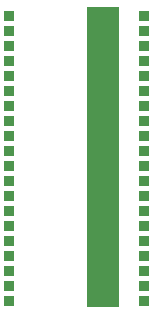
<source format=gbs>
G75*
%MOIN*%
%OFA0B0*%
%FSLAX24Y24*%
%IPPOS*%
%LPD*%
%AMOC8*
5,1,8,0,0,1.08239X$1,22.5*
%
%ADD10R,0.1100X1.0000*%
%ADD11R,0.0350X0.0350*%
D10*
X003655Y005380D03*
D11*
X000505Y000580D03*
X000505Y001080D03*
X000505Y001580D03*
X000505Y002080D03*
X000505Y002580D03*
X000505Y003080D03*
X000505Y003580D03*
X000505Y004080D03*
X000505Y004580D03*
X000505Y005080D03*
X000505Y005580D03*
X000505Y006080D03*
X000505Y006580D03*
X000505Y007080D03*
X000505Y007580D03*
X000505Y008080D03*
X000505Y008580D03*
X000505Y009080D03*
X000505Y009580D03*
X000505Y010080D03*
X005005Y010080D03*
X005005Y009580D03*
X005005Y009080D03*
X005005Y008580D03*
X005005Y008080D03*
X005005Y007580D03*
X005005Y007080D03*
X005005Y006580D03*
X005005Y006080D03*
X005005Y005580D03*
X005005Y005080D03*
X005005Y004580D03*
X005005Y004080D03*
X005005Y003580D03*
X005005Y003080D03*
X005005Y002580D03*
X005005Y002080D03*
X005005Y001580D03*
X005005Y001080D03*
X005005Y000580D03*
M02*

</source>
